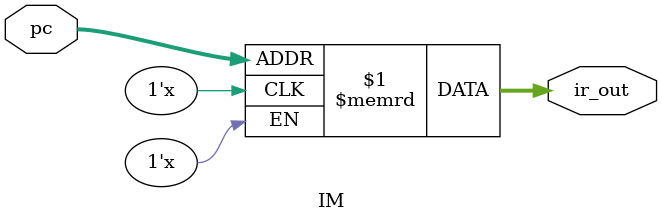
<source format=v>
module IM(pc, ir_out);

	input 	[31:00] pc;
	output 	[31:00] ir_out;
	
	
	reg 	[31:0] 	InstrMemory [16777300:0];

	
	assign	ir_out = InstrMemory[pc];
endmodule

</source>
